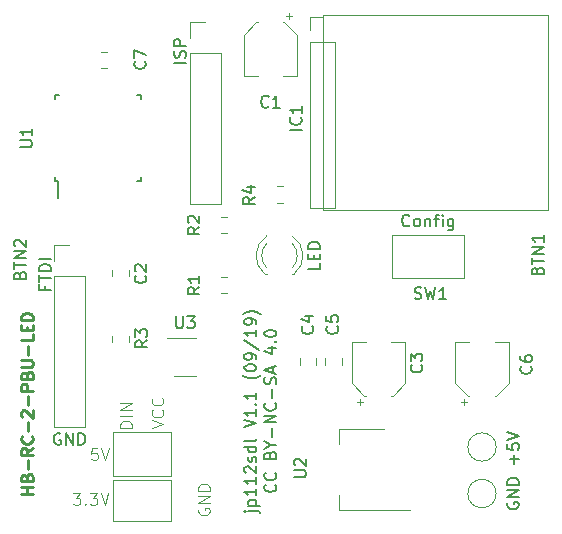
<source format=gbr>
G04 #@! TF.GenerationSoftware,KiCad,Pcbnew,(5.1.4)-1*
G04 #@! TF.CreationDate,2019-09-10T08:34:51+02:00*
G04 #@! TF.ProjectId,hb-rc-2-pbu-led,68622d72-632d-4322-9d70-62752d6c6564,rev?*
G04 #@! TF.SameCoordinates,Original*
G04 #@! TF.FileFunction,Legend,Top*
G04 #@! TF.FilePolarity,Positive*
%FSLAX46Y46*%
G04 Gerber Fmt 4.6, Leading zero omitted, Abs format (unit mm)*
G04 Created by KiCad (PCBNEW (5.1.4)-1) date 2019-09-10 08:34:51*
%MOMM*%
%LPD*%
G04 APERTURE LIST*
%ADD10C,0.150000*%
%ADD11C,0.100000*%
%ADD12C,0.120000*%
%ADD13C,0.250000*%
%ADD14C,0.200000*%
G04 APERTURE END LIST*
D10*
X94305380Y-59142190D02*
X93305380Y-59142190D01*
X94257761Y-58713619D02*
X94305380Y-58570761D01*
X94305380Y-58332666D01*
X94257761Y-58237428D01*
X94210142Y-58189809D01*
X94114904Y-58142190D01*
X94019666Y-58142190D01*
X93924428Y-58189809D01*
X93876809Y-58237428D01*
X93829190Y-58332666D01*
X93781571Y-58523142D01*
X93733952Y-58618380D01*
X93686333Y-58666000D01*
X93591095Y-58713619D01*
X93495857Y-58713619D01*
X93400619Y-58666000D01*
X93353000Y-58618380D01*
X93305380Y-58523142D01*
X93305380Y-58285047D01*
X93353000Y-58142190D01*
X94305380Y-57713619D02*
X93305380Y-57713619D01*
X93305380Y-57332666D01*
X93353000Y-57237428D01*
X93400619Y-57189809D01*
X93495857Y-57142190D01*
X93638714Y-57142190D01*
X93733952Y-57189809D01*
X93781571Y-57237428D01*
X93829190Y-57332666D01*
X93829190Y-57713619D01*
X83693095Y-90559000D02*
X83597857Y-90511380D01*
X83455000Y-90511380D01*
X83312142Y-90559000D01*
X83216904Y-90654238D01*
X83169285Y-90749476D01*
X83121666Y-90939952D01*
X83121666Y-91082809D01*
X83169285Y-91273285D01*
X83216904Y-91368523D01*
X83312142Y-91463761D01*
X83455000Y-91511380D01*
X83550238Y-91511380D01*
X83693095Y-91463761D01*
X83740714Y-91416142D01*
X83740714Y-91082809D01*
X83550238Y-91082809D01*
X84169285Y-91511380D02*
X84169285Y-90511380D01*
X84740714Y-91511380D01*
X84740714Y-90511380D01*
X85216904Y-91511380D02*
X85216904Y-90511380D01*
X85455000Y-90511380D01*
X85597857Y-90559000D01*
X85693095Y-90654238D01*
X85740714Y-90749476D01*
X85788333Y-90939952D01*
X85788333Y-91082809D01*
X85740714Y-91273285D01*
X85693095Y-91368523D01*
X85597857Y-91463761D01*
X85455000Y-91511380D01*
X85216904Y-91511380D01*
X82351571Y-78065190D02*
X82351571Y-78398523D01*
X82875380Y-78398523D02*
X81875380Y-78398523D01*
X81875380Y-77922333D01*
X81875380Y-77684238D02*
X81875380Y-77112809D01*
X82875380Y-77398523D02*
X81875380Y-77398523D01*
X82875380Y-76779476D02*
X81875380Y-76779476D01*
X81875380Y-76541380D01*
X81923000Y-76398523D01*
X82018238Y-76303285D01*
X82113476Y-76255666D01*
X82303952Y-76208047D01*
X82446809Y-76208047D01*
X82637285Y-76255666D01*
X82732523Y-76303285D01*
X82827761Y-76398523D01*
X82875380Y-76541380D01*
X82875380Y-76779476D01*
X82875380Y-75779476D02*
X81875380Y-75779476D01*
D11*
X84756809Y-95591380D02*
X85375857Y-95591380D01*
X85042523Y-95972333D01*
X85185380Y-95972333D01*
X85280619Y-96019952D01*
X85328238Y-96067571D01*
X85375857Y-96162809D01*
X85375857Y-96400904D01*
X85328238Y-96496142D01*
X85280619Y-96543761D01*
X85185380Y-96591380D01*
X84899666Y-96591380D01*
X84804428Y-96543761D01*
X84756809Y-96496142D01*
X85804428Y-96496142D02*
X85852047Y-96543761D01*
X85804428Y-96591380D01*
X85756809Y-96543761D01*
X85804428Y-96496142D01*
X85804428Y-96591380D01*
X86185380Y-95591380D02*
X86804428Y-95591380D01*
X86471095Y-95972333D01*
X86613952Y-95972333D01*
X86709190Y-96019952D01*
X86756809Y-96067571D01*
X86804428Y-96162809D01*
X86804428Y-96400904D01*
X86756809Y-96496142D01*
X86709190Y-96543761D01*
X86613952Y-96591380D01*
X86328238Y-96591380D01*
X86233000Y-96543761D01*
X86185380Y-96496142D01*
X87090142Y-95591380D02*
X87423476Y-96591380D01*
X87756809Y-95591380D01*
X86804523Y-91781380D02*
X86328333Y-91781380D01*
X86280714Y-92257571D01*
X86328333Y-92209952D01*
X86423571Y-92162333D01*
X86661666Y-92162333D01*
X86756904Y-92209952D01*
X86804523Y-92257571D01*
X86852142Y-92352809D01*
X86852142Y-92590904D01*
X86804523Y-92686142D01*
X86756904Y-92733761D01*
X86661666Y-92781380D01*
X86423571Y-92781380D01*
X86328333Y-92733761D01*
X86280714Y-92686142D01*
X87137857Y-91781380D02*
X87471190Y-92781380D01*
X87804523Y-91781380D01*
X91400380Y-90106333D02*
X92400380Y-89773000D01*
X91400380Y-89439666D01*
X92305142Y-88534904D02*
X92352761Y-88582523D01*
X92400380Y-88725380D01*
X92400380Y-88820619D01*
X92352761Y-88963476D01*
X92257523Y-89058714D01*
X92162285Y-89106333D01*
X91971809Y-89153952D01*
X91828952Y-89153952D01*
X91638476Y-89106333D01*
X91543238Y-89058714D01*
X91448000Y-88963476D01*
X91400380Y-88820619D01*
X91400380Y-88725380D01*
X91448000Y-88582523D01*
X91495619Y-88534904D01*
X92305142Y-87534904D02*
X92352761Y-87582523D01*
X92400380Y-87725380D01*
X92400380Y-87820619D01*
X92352761Y-87963476D01*
X92257523Y-88058714D01*
X92162285Y-88106333D01*
X91971809Y-88153952D01*
X91828952Y-88153952D01*
X91638476Y-88106333D01*
X91543238Y-88058714D01*
X91448000Y-87963476D01*
X91400380Y-87820619D01*
X91400380Y-87725380D01*
X91448000Y-87582523D01*
X91495619Y-87534904D01*
X89733380Y-90050809D02*
X88733380Y-90050809D01*
X88733380Y-89812714D01*
X88781000Y-89669857D01*
X88876238Y-89574619D01*
X88971476Y-89527000D01*
X89161952Y-89479380D01*
X89304809Y-89479380D01*
X89495285Y-89527000D01*
X89590523Y-89574619D01*
X89685761Y-89669857D01*
X89733380Y-89812714D01*
X89733380Y-90050809D01*
X89733380Y-89050809D02*
X88733380Y-89050809D01*
X89733380Y-88574619D02*
X88733380Y-88574619D01*
X89733380Y-88003190D01*
X88733380Y-88003190D01*
D12*
X88138000Y-94488000D02*
X93091000Y-94488000D01*
X88138000Y-97917000D02*
X88138000Y-94488000D01*
X93091000Y-97917000D02*
X88138000Y-97917000D01*
X93091000Y-94488000D02*
X93091000Y-97917000D01*
X88138000Y-94107000D02*
X88138000Y-90424000D01*
X93091000Y-94107000D02*
X88138000Y-94107000D01*
X93091000Y-90424000D02*
X93091000Y-94107000D01*
X88138000Y-90424000D02*
X93091000Y-90424000D01*
D11*
X95385000Y-96900904D02*
X95337380Y-96996142D01*
X95337380Y-97139000D01*
X95385000Y-97281857D01*
X95480238Y-97377095D01*
X95575476Y-97424714D01*
X95765952Y-97472333D01*
X95908809Y-97472333D01*
X96099285Y-97424714D01*
X96194523Y-97377095D01*
X96289761Y-97281857D01*
X96337380Y-97139000D01*
X96337380Y-97043761D01*
X96289761Y-96900904D01*
X96242142Y-96853285D01*
X95908809Y-96853285D01*
X95908809Y-97043761D01*
X96337380Y-96424714D02*
X95337380Y-96424714D01*
X96337380Y-95853285D01*
X95337380Y-95853285D01*
X96337380Y-95377095D02*
X95337380Y-95377095D01*
X95337380Y-95139000D01*
X95385000Y-94996142D01*
X95480238Y-94900904D01*
X95575476Y-94853285D01*
X95765952Y-94805666D01*
X95908809Y-94805666D01*
X96099285Y-94853285D01*
X96194523Y-94900904D01*
X96289761Y-94996142D01*
X96337380Y-95139000D01*
X96337380Y-95377095D01*
D10*
X121547000Y-96392904D02*
X121499380Y-96488142D01*
X121499380Y-96631000D01*
X121547000Y-96773857D01*
X121642238Y-96869095D01*
X121737476Y-96916714D01*
X121927952Y-96964333D01*
X122070809Y-96964333D01*
X122261285Y-96916714D01*
X122356523Y-96869095D01*
X122451761Y-96773857D01*
X122499380Y-96631000D01*
X122499380Y-96535761D01*
X122451761Y-96392904D01*
X122404142Y-96345285D01*
X122070809Y-96345285D01*
X122070809Y-96535761D01*
X122499380Y-95916714D02*
X121499380Y-95916714D01*
X122499380Y-95345285D01*
X121499380Y-95345285D01*
X122499380Y-94869095D02*
X121499380Y-94869095D01*
X121499380Y-94631000D01*
X121547000Y-94488142D01*
X121642238Y-94392904D01*
X121737476Y-94345285D01*
X121927952Y-94297666D01*
X122070809Y-94297666D01*
X122261285Y-94345285D01*
X122356523Y-94392904D01*
X122451761Y-94488142D01*
X122499380Y-94631000D01*
X122499380Y-94869095D01*
X122118428Y-93106714D02*
X122118428Y-92344809D01*
X122499380Y-92725761D02*
X121737476Y-92725761D01*
X121499380Y-91392428D02*
X121499380Y-91868619D01*
X121975571Y-91916238D01*
X121927952Y-91868619D01*
X121880333Y-91773380D01*
X121880333Y-91535285D01*
X121927952Y-91440047D01*
X121975571Y-91392428D01*
X122070809Y-91344809D01*
X122308904Y-91344809D01*
X122404142Y-91392428D01*
X122451761Y-91440047D01*
X122499380Y-91535285D01*
X122499380Y-91773380D01*
X122451761Y-91868619D01*
X122404142Y-91916238D01*
X121499380Y-91059095D02*
X122499380Y-90725761D01*
X121499380Y-90392428D01*
D13*
X81351380Y-95630047D02*
X80351380Y-95630047D01*
X80827571Y-95630047D02*
X80827571Y-95058619D01*
X81351380Y-95058619D02*
X80351380Y-95058619D01*
X80827571Y-94249095D02*
X80875190Y-94106238D01*
X80922809Y-94058619D01*
X81018047Y-94011000D01*
X81160904Y-94011000D01*
X81256142Y-94058619D01*
X81303761Y-94106238D01*
X81351380Y-94201476D01*
X81351380Y-94582428D01*
X80351380Y-94582428D01*
X80351380Y-94249095D01*
X80399000Y-94153857D01*
X80446619Y-94106238D01*
X80541857Y-94058619D01*
X80637095Y-94058619D01*
X80732333Y-94106238D01*
X80779952Y-94153857D01*
X80827571Y-94249095D01*
X80827571Y-94582428D01*
X80970428Y-93582428D02*
X80970428Y-92820523D01*
X81351380Y-91772904D02*
X80875190Y-92106238D01*
X81351380Y-92344333D02*
X80351380Y-92344333D01*
X80351380Y-91963380D01*
X80399000Y-91868142D01*
X80446619Y-91820523D01*
X80541857Y-91772904D01*
X80684714Y-91772904D01*
X80779952Y-91820523D01*
X80827571Y-91868142D01*
X80875190Y-91963380D01*
X80875190Y-92344333D01*
X81256142Y-90772904D02*
X81303761Y-90820523D01*
X81351380Y-90963380D01*
X81351380Y-91058619D01*
X81303761Y-91201476D01*
X81208523Y-91296714D01*
X81113285Y-91344333D01*
X80922809Y-91391952D01*
X80779952Y-91391952D01*
X80589476Y-91344333D01*
X80494238Y-91296714D01*
X80399000Y-91201476D01*
X80351380Y-91058619D01*
X80351380Y-90963380D01*
X80399000Y-90820523D01*
X80446619Y-90772904D01*
X80970428Y-90344333D02*
X80970428Y-89582428D01*
X80446619Y-89153857D02*
X80399000Y-89106238D01*
X80351380Y-89011000D01*
X80351380Y-88772904D01*
X80399000Y-88677666D01*
X80446619Y-88630047D01*
X80541857Y-88582428D01*
X80637095Y-88582428D01*
X80779952Y-88630047D01*
X81351380Y-89201476D01*
X81351380Y-88582428D01*
X80970428Y-88153857D02*
X80970428Y-87391952D01*
X81351380Y-86915761D02*
X80351380Y-86915761D01*
X80351380Y-86534809D01*
X80399000Y-86439571D01*
X80446619Y-86391952D01*
X80541857Y-86344333D01*
X80684714Y-86344333D01*
X80779952Y-86391952D01*
X80827571Y-86439571D01*
X80875190Y-86534809D01*
X80875190Y-86915761D01*
X80827571Y-85582428D02*
X80875190Y-85439571D01*
X80922809Y-85391952D01*
X81018047Y-85344333D01*
X81160904Y-85344333D01*
X81256142Y-85391952D01*
X81303761Y-85439571D01*
X81351380Y-85534809D01*
X81351380Y-85915761D01*
X80351380Y-85915761D01*
X80351380Y-85582428D01*
X80399000Y-85487190D01*
X80446619Y-85439571D01*
X80541857Y-85391952D01*
X80637095Y-85391952D01*
X80732333Y-85439571D01*
X80779952Y-85487190D01*
X80827571Y-85582428D01*
X80827571Y-85915761D01*
X80351380Y-84915761D02*
X81160904Y-84915761D01*
X81256142Y-84868142D01*
X81303761Y-84820523D01*
X81351380Y-84725285D01*
X81351380Y-84534809D01*
X81303761Y-84439571D01*
X81256142Y-84391952D01*
X81160904Y-84344333D01*
X80351380Y-84344333D01*
X80970428Y-83868142D02*
X80970428Y-83106238D01*
X81351380Y-82153857D02*
X81351380Y-82630047D01*
X80351380Y-82630047D01*
X80827571Y-81820523D02*
X80827571Y-81487190D01*
X81351380Y-81344333D02*
X81351380Y-81820523D01*
X80351380Y-81820523D01*
X80351380Y-81344333D01*
X81351380Y-80915761D02*
X80351380Y-80915761D01*
X80351380Y-80677666D01*
X80399000Y-80534809D01*
X80494238Y-80439571D01*
X80589476Y-80391952D01*
X80779952Y-80344333D01*
X80922809Y-80344333D01*
X81113285Y-80391952D01*
X81208523Y-80439571D01*
X81303761Y-80534809D01*
X81351380Y-80677666D01*
X81351380Y-80915761D01*
D14*
X99595914Y-97122190D02*
X100453057Y-97122190D01*
X100548295Y-97169809D01*
X100595914Y-97265047D01*
X100595914Y-97312666D01*
X99262580Y-97122190D02*
X99310200Y-97169809D01*
X99357819Y-97122190D01*
X99310200Y-97074571D01*
X99262580Y-97122190D01*
X99357819Y-97122190D01*
X99595914Y-96646000D02*
X100595914Y-96646000D01*
X99643533Y-96646000D02*
X99595914Y-96550761D01*
X99595914Y-96360285D01*
X99643533Y-96265047D01*
X99691152Y-96217428D01*
X99786390Y-96169809D01*
X100072104Y-96169809D01*
X100167342Y-96217428D01*
X100214961Y-96265047D01*
X100262580Y-96360285D01*
X100262580Y-96550761D01*
X100214961Y-96646000D01*
X100262580Y-95217428D02*
X100262580Y-95788857D01*
X100262580Y-95503142D02*
X99262580Y-95503142D01*
X99405438Y-95598380D01*
X99500676Y-95693619D01*
X99548295Y-95788857D01*
X100262580Y-94265047D02*
X100262580Y-94836476D01*
X100262580Y-94550761D02*
X99262580Y-94550761D01*
X99405438Y-94646000D01*
X99500676Y-94741238D01*
X99548295Y-94836476D01*
X99357819Y-93884095D02*
X99310200Y-93836476D01*
X99262580Y-93741238D01*
X99262580Y-93503142D01*
X99310200Y-93407904D01*
X99357819Y-93360285D01*
X99453057Y-93312666D01*
X99548295Y-93312666D01*
X99691152Y-93360285D01*
X100262580Y-93931714D01*
X100262580Y-93312666D01*
X100214961Y-92931714D02*
X100262580Y-92836476D01*
X100262580Y-92646000D01*
X100214961Y-92550761D01*
X100119723Y-92503142D01*
X100072104Y-92503142D01*
X99976866Y-92550761D01*
X99929247Y-92646000D01*
X99929247Y-92788857D01*
X99881628Y-92884095D01*
X99786390Y-92931714D01*
X99738771Y-92931714D01*
X99643533Y-92884095D01*
X99595914Y-92788857D01*
X99595914Y-92646000D01*
X99643533Y-92550761D01*
X100262580Y-91646000D02*
X99262580Y-91646000D01*
X100214961Y-91646000D02*
X100262580Y-91741238D01*
X100262580Y-91931714D01*
X100214961Y-92026952D01*
X100167342Y-92074571D01*
X100072104Y-92122190D01*
X99786390Y-92122190D01*
X99691152Y-92074571D01*
X99643533Y-92026952D01*
X99595914Y-91931714D01*
X99595914Y-91741238D01*
X99643533Y-91646000D01*
X100262580Y-91026952D02*
X100214961Y-91122190D01*
X100119723Y-91169809D01*
X99262580Y-91169809D01*
X99262580Y-90026952D02*
X100262580Y-89693619D01*
X99262580Y-89360285D01*
X100262580Y-88503142D02*
X100262580Y-89074571D01*
X100262580Y-88788857D02*
X99262580Y-88788857D01*
X99405438Y-88884095D01*
X99500676Y-88979333D01*
X99548295Y-89074571D01*
X100167342Y-88074571D02*
X100214961Y-88026952D01*
X100262580Y-88074571D01*
X100214961Y-88122190D01*
X100167342Y-88074571D01*
X100262580Y-88074571D01*
X100262580Y-87074571D02*
X100262580Y-87646000D01*
X100262580Y-87360285D02*
X99262580Y-87360285D01*
X99405438Y-87455523D01*
X99500676Y-87550761D01*
X99548295Y-87646000D01*
X100643533Y-85598380D02*
X100595914Y-85646000D01*
X100453057Y-85741238D01*
X100357819Y-85788857D01*
X100214961Y-85836476D01*
X99976866Y-85884095D01*
X99786390Y-85884095D01*
X99548295Y-85836476D01*
X99405438Y-85788857D01*
X99310200Y-85741238D01*
X99167342Y-85646000D01*
X99119723Y-85598380D01*
X99262580Y-85026952D02*
X99262580Y-84931714D01*
X99310200Y-84836476D01*
X99357819Y-84788857D01*
X99453057Y-84741238D01*
X99643533Y-84693619D01*
X99881628Y-84693619D01*
X100072104Y-84741238D01*
X100167342Y-84788857D01*
X100214961Y-84836476D01*
X100262580Y-84931714D01*
X100262580Y-85026952D01*
X100214961Y-85122190D01*
X100167342Y-85169809D01*
X100072104Y-85217428D01*
X99881628Y-85265047D01*
X99643533Y-85265047D01*
X99453057Y-85217428D01*
X99357819Y-85169809D01*
X99310200Y-85122190D01*
X99262580Y-85026952D01*
X100262580Y-84217428D02*
X100262580Y-84026952D01*
X100214961Y-83931714D01*
X100167342Y-83884095D01*
X100024485Y-83788857D01*
X99834009Y-83741238D01*
X99453057Y-83741238D01*
X99357819Y-83788857D01*
X99310200Y-83836476D01*
X99262580Y-83931714D01*
X99262580Y-84122190D01*
X99310200Y-84217428D01*
X99357819Y-84265047D01*
X99453057Y-84312666D01*
X99691152Y-84312666D01*
X99786390Y-84265047D01*
X99834009Y-84217428D01*
X99881628Y-84122190D01*
X99881628Y-83931714D01*
X99834009Y-83836476D01*
X99786390Y-83788857D01*
X99691152Y-83741238D01*
X99214961Y-82598380D02*
X100500676Y-83455523D01*
X100262580Y-81741238D02*
X100262580Y-82312666D01*
X100262580Y-82026952D02*
X99262580Y-82026952D01*
X99405438Y-82122190D01*
X99500676Y-82217428D01*
X99548295Y-82312666D01*
X100262580Y-81265047D02*
X100262580Y-81074571D01*
X100214961Y-80979333D01*
X100167342Y-80931714D01*
X100024485Y-80836476D01*
X99834009Y-80788857D01*
X99453057Y-80788857D01*
X99357819Y-80836476D01*
X99310200Y-80884095D01*
X99262580Y-80979333D01*
X99262580Y-81169809D01*
X99310200Y-81265047D01*
X99357819Y-81312666D01*
X99453057Y-81360285D01*
X99691152Y-81360285D01*
X99786390Y-81312666D01*
X99834009Y-81265047D01*
X99881628Y-81169809D01*
X99881628Y-80979333D01*
X99834009Y-80884095D01*
X99786390Y-80836476D01*
X99691152Y-80788857D01*
X100643533Y-80455523D02*
X100595914Y-80407904D01*
X100453057Y-80312666D01*
X100357819Y-80265047D01*
X100214961Y-80217428D01*
X99976866Y-80169809D01*
X99786390Y-80169809D01*
X99548295Y-80217428D01*
X99405438Y-80265047D01*
X99310200Y-80312666D01*
X99167342Y-80407904D01*
X99119723Y-80455523D01*
X101867342Y-94884095D02*
X101914961Y-94931714D01*
X101962580Y-95074571D01*
X101962580Y-95169809D01*
X101914961Y-95312666D01*
X101819723Y-95407904D01*
X101724485Y-95455523D01*
X101534009Y-95503142D01*
X101391152Y-95503142D01*
X101200676Y-95455523D01*
X101105438Y-95407904D01*
X101010200Y-95312666D01*
X100962580Y-95169809D01*
X100962580Y-95074571D01*
X101010200Y-94931714D01*
X101057819Y-94884095D01*
X101867342Y-93884095D02*
X101914961Y-93931714D01*
X101962580Y-94074571D01*
X101962580Y-94169809D01*
X101914961Y-94312666D01*
X101819723Y-94407904D01*
X101724485Y-94455523D01*
X101534009Y-94503142D01*
X101391152Y-94503142D01*
X101200676Y-94455523D01*
X101105438Y-94407904D01*
X101010200Y-94312666D01*
X100962580Y-94169809D01*
X100962580Y-94074571D01*
X101010200Y-93931714D01*
X101057819Y-93884095D01*
X101438771Y-92360285D02*
X101486390Y-92217428D01*
X101534009Y-92169809D01*
X101629247Y-92122190D01*
X101772104Y-92122190D01*
X101867342Y-92169809D01*
X101914961Y-92217428D01*
X101962580Y-92312666D01*
X101962580Y-92693619D01*
X100962580Y-92693619D01*
X100962580Y-92360285D01*
X101010200Y-92265047D01*
X101057819Y-92217428D01*
X101153057Y-92169809D01*
X101248295Y-92169809D01*
X101343533Y-92217428D01*
X101391152Y-92265047D01*
X101438771Y-92360285D01*
X101438771Y-92693619D01*
X101486390Y-91503142D02*
X101962580Y-91503142D01*
X100962580Y-91836476D02*
X101486390Y-91503142D01*
X100962580Y-91169809D01*
X101581628Y-90836476D02*
X101581628Y-90074571D01*
X101962580Y-89598380D02*
X100962580Y-89598380D01*
X101962580Y-89026952D01*
X100962580Y-89026952D01*
X101867342Y-87979333D02*
X101914961Y-88026952D01*
X101962580Y-88169809D01*
X101962580Y-88265047D01*
X101914961Y-88407904D01*
X101819723Y-88503142D01*
X101724485Y-88550761D01*
X101534009Y-88598380D01*
X101391152Y-88598380D01*
X101200676Y-88550761D01*
X101105438Y-88503142D01*
X101010200Y-88407904D01*
X100962580Y-88265047D01*
X100962580Y-88169809D01*
X101010200Y-88026952D01*
X101057819Y-87979333D01*
X101581628Y-87550761D02*
X101581628Y-86788857D01*
X101914961Y-86360285D02*
X101962580Y-86217428D01*
X101962580Y-85979333D01*
X101914961Y-85884095D01*
X101867342Y-85836476D01*
X101772104Y-85788857D01*
X101676866Y-85788857D01*
X101581628Y-85836476D01*
X101534009Y-85884095D01*
X101486390Y-85979333D01*
X101438771Y-86169809D01*
X101391152Y-86265047D01*
X101343533Y-86312666D01*
X101248295Y-86360285D01*
X101153057Y-86360285D01*
X101057819Y-86312666D01*
X101010200Y-86265047D01*
X100962580Y-86169809D01*
X100962580Y-85931714D01*
X101010200Y-85788857D01*
X101676866Y-85407904D02*
X101676866Y-84931714D01*
X101962580Y-85503142D02*
X100962580Y-85169809D01*
X101962580Y-84836476D01*
X101295914Y-83312666D02*
X101962580Y-83312666D01*
X100914961Y-83550761D02*
X101629247Y-83788857D01*
X101629247Y-83169809D01*
X101867342Y-82788857D02*
X101914961Y-82741238D01*
X101962580Y-82788857D01*
X101914961Y-82836476D01*
X101867342Y-82788857D01*
X101962580Y-82788857D01*
X100962580Y-82122190D02*
X100962580Y-82026952D01*
X101010200Y-81931714D01*
X101057819Y-81884095D01*
X101153057Y-81836476D01*
X101343533Y-81788857D01*
X101581628Y-81788857D01*
X101772104Y-81836476D01*
X101867342Y-81884095D01*
X101914961Y-81931714D01*
X101962580Y-82026952D01*
X101962580Y-82122190D01*
X101914961Y-82217428D01*
X101867342Y-82265047D01*
X101772104Y-82312666D01*
X101581628Y-82360285D01*
X101343533Y-82360285D01*
X101153057Y-82312666D01*
X101057819Y-82265047D01*
X101010200Y-82217428D01*
X100962580Y-82122190D01*
D12*
X105892600Y-71602600D02*
X105892600Y-55092600D01*
X124942600Y-71602600D02*
X105892600Y-71602600D01*
X124942600Y-55092600D02*
X124942600Y-71602600D01*
X105892600Y-55092600D02*
X124942600Y-55092600D01*
X94618500Y-55731100D02*
X95948500Y-55731100D01*
X94618500Y-57061100D02*
X94618500Y-55731100D01*
X94618500Y-58331100D02*
X97278500Y-58331100D01*
X97278500Y-58331100D02*
X97278500Y-71091100D01*
X94618500Y-58331100D02*
X94618500Y-71091100D01*
X94618500Y-71091100D02*
X97278500Y-71091100D01*
X117570000Y-87840000D02*
X118070000Y-87840000D01*
X117820000Y-88090000D02*
X117820000Y-87590000D01*
X120575563Y-87350000D02*
X121640000Y-86285563D01*
X118184437Y-87350000D02*
X117120000Y-86285563D01*
X118184437Y-87350000D02*
X118320000Y-87350000D01*
X120575563Y-87350000D02*
X120440000Y-87350000D01*
X121640000Y-86285563D02*
X121640000Y-82830000D01*
X117120000Y-86285563D02*
X117120000Y-82830000D01*
X117120000Y-82830000D02*
X118320000Y-82830000D01*
X121640000Y-82830000D02*
X120440000Y-82830000D01*
X108807000Y-87840000D02*
X109307000Y-87840000D01*
X109057000Y-88090000D02*
X109057000Y-87590000D01*
X111812563Y-87350000D02*
X112877000Y-86285563D01*
X109421437Y-87350000D02*
X108357000Y-86285563D01*
X109421437Y-87350000D02*
X109557000Y-87350000D01*
X111812563Y-87350000D02*
X111677000Y-87350000D01*
X112877000Y-86285563D02*
X112877000Y-82830000D01*
X108357000Y-86285563D02*
X108357000Y-82830000D01*
X108357000Y-82830000D02*
X109557000Y-82830000D01*
X112877000Y-82830000D02*
X111677000Y-82830000D01*
X103270000Y-55225500D02*
X102770000Y-55225500D01*
X103020000Y-54975500D02*
X103020000Y-55475500D01*
X100264437Y-55715500D02*
X99200000Y-56779937D01*
X102655563Y-55715500D02*
X103720000Y-56779937D01*
X102655563Y-55715500D02*
X102520000Y-55715500D01*
X100264437Y-55715500D02*
X100400000Y-55715500D01*
X99200000Y-56779937D02*
X99200000Y-60235500D01*
X103720000Y-56779937D02*
X103720000Y-60235500D01*
X103720000Y-60235500D02*
X102520000Y-60235500D01*
X99200000Y-60235500D02*
X100400000Y-60235500D01*
X101982748Y-71042600D02*
X102505252Y-71042600D01*
X101982748Y-69622600D02*
X102505252Y-69622600D01*
X89483000Y-82802252D02*
X89483000Y-82279748D01*
X88063000Y-82802252D02*
X88063000Y-82279748D01*
X97265748Y-73608000D02*
X97788252Y-73608000D01*
X97265748Y-72188000D02*
X97788252Y-72188000D01*
X97265748Y-78688000D02*
X97788252Y-78688000D01*
X97265748Y-77268000D02*
X97788252Y-77268000D01*
X87628252Y-58218000D02*
X87105748Y-58218000D01*
X87628252Y-59638000D02*
X87105748Y-59638000D01*
X107517000Y-84716252D02*
X107517000Y-84193748D01*
X106097000Y-84716252D02*
X106097000Y-84193748D01*
X105358000Y-84716252D02*
X105358000Y-84193748D01*
X103938000Y-84716252D02*
X103938000Y-84193748D01*
X88063000Y-76700748D02*
X88063000Y-77223252D01*
X89483000Y-76700748D02*
X89483000Y-77223252D01*
X120580000Y-95631000D02*
G75*
G03X120580000Y-95631000I-1200000J0D01*
G01*
X120580000Y-91694000D02*
G75*
G03X120580000Y-91694000I-1200000J0D01*
G01*
X117868000Y-73755000D02*
X117868000Y-77375000D01*
X111748000Y-73755000D02*
X117868000Y-73755000D01*
X111748000Y-77375000D02*
X111748000Y-73755000D01*
X117868000Y-77375000D02*
X111748000Y-77375000D01*
X95134000Y-82464000D02*
X92684000Y-82464000D01*
X93334000Y-85684000D02*
X95134000Y-85684000D01*
X107310000Y-90189000D02*
X107310000Y-91449000D01*
X107310000Y-97009000D02*
X107310000Y-95749000D01*
X111070000Y-90189000D02*
X107310000Y-90189000D01*
X113320000Y-97009000D02*
X107310000Y-97009000D01*
D10*
X83468000Y-69157000D02*
X83468000Y-70582000D01*
X83243000Y-61907000D02*
X83243000Y-62232000D01*
X90493000Y-61907000D02*
X90493000Y-62232000D01*
X90493000Y-69157000D02*
X90493000Y-68832000D01*
X83243000Y-69157000D02*
X83243000Y-68832000D01*
X90493000Y-69157000D02*
X90168000Y-69157000D01*
X90493000Y-61907000D02*
X90168000Y-61907000D01*
X83243000Y-61907000D02*
X83568000Y-61907000D01*
X83243000Y-69157000D02*
X83468000Y-69157000D01*
D12*
X83125000Y-74616000D02*
X84455000Y-74616000D01*
X83125000Y-75946000D02*
X83125000Y-74616000D01*
X83125000Y-77216000D02*
X85785000Y-77216000D01*
X85785000Y-77216000D02*
X85785000Y-89976000D01*
X83125000Y-77216000D02*
X83125000Y-89976000D01*
X83125000Y-89976000D02*
X85785000Y-89976000D01*
X104833000Y-55302600D02*
X105893000Y-55302600D01*
X104833000Y-56362600D02*
X104833000Y-55302600D01*
X104833000Y-57362600D02*
X106953000Y-57362600D01*
X106953000Y-57362600D02*
X106953000Y-71422600D01*
X104833000Y-57362600D02*
X104833000Y-71422600D01*
X104833000Y-71422600D02*
X106953000Y-71422600D01*
X103315000Y-77048800D02*
X103471000Y-77048800D01*
X100999000Y-77048800D02*
X101155000Y-77048800D01*
X103314837Y-74447670D02*
G75*
G02X103315000Y-76529761I-1079837J-1041130D01*
G01*
X101155163Y-74447670D02*
G75*
G03X101155000Y-76529761I1079837J-1041130D01*
G01*
X103313608Y-73816465D02*
G75*
G02X103470516Y-77048800I-1078608J-1672335D01*
G01*
X101156392Y-73816465D02*
G75*
G03X100999484Y-77048800I1078608J-1672335D01*
G01*
D10*
X124071071Y-76747523D02*
X124118690Y-76604666D01*
X124166309Y-76557047D01*
X124261547Y-76509428D01*
X124404404Y-76509428D01*
X124499642Y-76557047D01*
X124547261Y-76604666D01*
X124594880Y-76699904D01*
X124594880Y-77080857D01*
X123594880Y-77080857D01*
X123594880Y-76747523D01*
X123642500Y-76652285D01*
X123690119Y-76604666D01*
X123785357Y-76557047D01*
X123880595Y-76557047D01*
X123975833Y-76604666D01*
X124023452Y-76652285D01*
X124071071Y-76747523D01*
X124071071Y-77080857D01*
X123594880Y-76223714D02*
X123594880Y-75652285D01*
X124594880Y-75938000D02*
X123594880Y-75938000D01*
X124594880Y-75318952D02*
X123594880Y-75318952D01*
X124594880Y-74747523D01*
X123594880Y-74747523D01*
X124594880Y-73747523D02*
X124594880Y-74318952D01*
X124594880Y-74033238D02*
X123594880Y-74033238D01*
X123737738Y-74128476D01*
X123832976Y-74223714D01*
X123880595Y-74318952D01*
X80256071Y-77128523D02*
X80303690Y-76985666D01*
X80351309Y-76938047D01*
X80446547Y-76890428D01*
X80589404Y-76890428D01*
X80684642Y-76938047D01*
X80732261Y-76985666D01*
X80779880Y-77080904D01*
X80779880Y-77461857D01*
X79779880Y-77461857D01*
X79779880Y-77128523D01*
X79827500Y-77033285D01*
X79875119Y-76985666D01*
X79970357Y-76938047D01*
X80065595Y-76938047D01*
X80160833Y-76985666D01*
X80208452Y-77033285D01*
X80256071Y-77128523D01*
X80256071Y-77461857D01*
X79779880Y-76604714D02*
X79779880Y-76033285D01*
X80779880Y-76319000D02*
X79779880Y-76319000D01*
X80779880Y-75699952D02*
X79779880Y-75699952D01*
X80779880Y-75128523D01*
X79779880Y-75128523D01*
X79875119Y-74699952D02*
X79827500Y-74652333D01*
X79779880Y-74557095D01*
X79779880Y-74319000D01*
X79827500Y-74223761D01*
X79875119Y-74176142D01*
X79970357Y-74128523D01*
X80065595Y-74128523D01*
X80208452Y-74176142D01*
X80779880Y-74747571D01*
X80779880Y-74128523D01*
X123521742Y-84862966D02*
X123569361Y-84910585D01*
X123616980Y-85053442D01*
X123616980Y-85148680D01*
X123569361Y-85291538D01*
X123474123Y-85386776D01*
X123378885Y-85434395D01*
X123188409Y-85482014D01*
X123045552Y-85482014D01*
X122855076Y-85434395D01*
X122759838Y-85386776D01*
X122664600Y-85291538D01*
X122616980Y-85148680D01*
X122616980Y-85053442D01*
X122664600Y-84910585D01*
X122712219Y-84862966D01*
X122616980Y-84005823D02*
X122616980Y-84196300D01*
X122664600Y-84291538D01*
X122712219Y-84339157D01*
X122855076Y-84434395D01*
X123045552Y-84482014D01*
X123426504Y-84482014D01*
X123521742Y-84434395D01*
X123569361Y-84386776D01*
X123616980Y-84291538D01*
X123616980Y-84101061D01*
X123569361Y-84005823D01*
X123521742Y-83958204D01*
X123426504Y-83910585D01*
X123188409Y-83910585D01*
X123093171Y-83958204D01*
X123045552Y-84005823D01*
X122997933Y-84101061D01*
X122997933Y-84291538D01*
X123045552Y-84386776D01*
X123093171Y-84434395D01*
X123188409Y-84482014D01*
X114238042Y-84735966D02*
X114285661Y-84783585D01*
X114333280Y-84926442D01*
X114333280Y-85021680D01*
X114285661Y-85164538D01*
X114190423Y-85259776D01*
X114095185Y-85307395D01*
X113904709Y-85355014D01*
X113761852Y-85355014D01*
X113571376Y-85307395D01*
X113476138Y-85259776D01*
X113380900Y-85164538D01*
X113333280Y-85021680D01*
X113333280Y-84926442D01*
X113380900Y-84783585D01*
X113428519Y-84735966D01*
X113333280Y-84402633D02*
X113333280Y-83783585D01*
X113714233Y-84116919D01*
X113714233Y-83974061D01*
X113761852Y-83878823D01*
X113809471Y-83831204D01*
X113904709Y-83783585D01*
X114142804Y-83783585D01*
X114238042Y-83831204D01*
X114285661Y-83878823D01*
X114333280Y-83974061D01*
X114333280Y-84259776D01*
X114285661Y-84355014D01*
X114238042Y-84402633D01*
X101306033Y-62853842D02*
X101258414Y-62901461D01*
X101115557Y-62949080D01*
X101020319Y-62949080D01*
X100877461Y-62901461D01*
X100782223Y-62806223D01*
X100734604Y-62710985D01*
X100686985Y-62520509D01*
X100686985Y-62377652D01*
X100734604Y-62187176D01*
X100782223Y-62091938D01*
X100877461Y-61996700D01*
X101020319Y-61949080D01*
X101115557Y-61949080D01*
X101258414Y-61996700D01*
X101306033Y-62044319D01*
X102258414Y-62949080D02*
X101686985Y-62949080D01*
X101972700Y-62949080D02*
X101972700Y-61949080D01*
X101877461Y-62091938D01*
X101782223Y-62187176D01*
X101686985Y-62234795D01*
X100147380Y-70524666D02*
X99671190Y-70858000D01*
X100147380Y-71096095D02*
X99147380Y-71096095D01*
X99147380Y-70715142D01*
X99195000Y-70619904D01*
X99242619Y-70572285D01*
X99337857Y-70524666D01*
X99480714Y-70524666D01*
X99575952Y-70572285D01*
X99623571Y-70619904D01*
X99671190Y-70715142D01*
X99671190Y-71096095D01*
X99480714Y-69667523D02*
X100147380Y-69667523D01*
X99099761Y-69905619D02*
X99814047Y-70143714D01*
X99814047Y-69524666D01*
X91041480Y-82665866D02*
X90565290Y-82999200D01*
X91041480Y-83237295D02*
X90041480Y-83237295D01*
X90041480Y-82856342D01*
X90089100Y-82761104D01*
X90136719Y-82713485D01*
X90231957Y-82665866D01*
X90374814Y-82665866D01*
X90470052Y-82713485D01*
X90517671Y-82761104D01*
X90565290Y-82856342D01*
X90565290Y-83237295D01*
X90041480Y-82332533D02*
X90041480Y-81713485D01*
X90422433Y-82046819D01*
X90422433Y-81903961D01*
X90470052Y-81808723D01*
X90517671Y-81761104D01*
X90612909Y-81713485D01*
X90851004Y-81713485D01*
X90946242Y-81761104D01*
X90993861Y-81808723D01*
X91041480Y-81903961D01*
X91041480Y-82189676D01*
X90993861Y-82284914D01*
X90946242Y-82332533D01*
X95448380Y-73064666D02*
X94972190Y-73398000D01*
X95448380Y-73636095D02*
X94448380Y-73636095D01*
X94448380Y-73255142D01*
X94496000Y-73159904D01*
X94543619Y-73112285D01*
X94638857Y-73064666D01*
X94781714Y-73064666D01*
X94876952Y-73112285D01*
X94924571Y-73159904D01*
X94972190Y-73255142D01*
X94972190Y-73636095D01*
X94543619Y-72683714D02*
X94496000Y-72636095D01*
X94448380Y-72540857D01*
X94448380Y-72302761D01*
X94496000Y-72207523D01*
X94543619Y-72159904D01*
X94638857Y-72112285D01*
X94734095Y-72112285D01*
X94876952Y-72159904D01*
X95448380Y-72731333D01*
X95448380Y-72112285D01*
X95448380Y-78144666D02*
X94972190Y-78478000D01*
X95448380Y-78716095D02*
X94448380Y-78716095D01*
X94448380Y-78335142D01*
X94496000Y-78239904D01*
X94543619Y-78192285D01*
X94638857Y-78144666D01*
X94781714Y-78144666D01*
X94876952Y-78192285D01*
X94924571Y-78239904D01*
X94972190Y-78335142D01*
X94972190Y-78716095D01*
X95448380Y-77192285D02*
X95448380Y-77763714D01*
X95448380Y-77478000D02*
X94448380Y-77478000D01*
X94591238Y-77573238D01*
X94686476Y-77668476D01*
X94734095Y-77763714D01*
X90822942Y-59043866D02*
X90870561Y-59091485D01*
X90918180Y-59234342D01*
X90918180Y-59329580D01*
X90870561Y-59472438D01*
X90775323Y-59567676D01*
X90680085Y-59615295D01*
X90489609Y-59662914D01*
X90346752Y-59662914D01*
X90156276Y-59615295D01*
X90061038Y-59567676D01*
X89965800Y-59472438D01*
X89918180Y-59329580D01*
X89918180Y-59234342D01*
X89965800Y-59091485D01*
X90013419Y-59043866D01*
X89918180Y-58710533D02*
X89918180Y-58043866D01*
X90918180Y-58472438D01*
X107113342Y-81472066D02*
X107160961Y-81519685D01*
X107208580Y-81662542D01*
X107208580Y-81757780D01*
X107160961Y-81900638D01*
X107065723Y-81995876D01*
X106970485Y-82043495D01*
X106780009Y-82091114D01*
X106637152Y-82091114D01*
X106446676Y-82043495D01*
X106351438Y-81995876D01*
X106256200Y-81900638D01*
X106208580Y-81757780D01*
X106208580Y-81662542D01*
X106256200Y-81519685D01*
X106303819Y-81472066D01*
X106208580Y-80567304D02*
X106208580Y-81043495D01*
X106684771Y-81091114D01*
X106637152Y-81043495D01*
X106589533Y-80948257D01*
X106589533Y-80710161D01*
X106637152Y-80614923D01*
X106684771Y-80567304D01*
X106780009Y-80519685D01*
X107018104Y-80519685D01*
X107113342Y-80567304D01*
X107160961Y-80614923D01*
X107208580Y-80710161D01*
X107208580Y-80948257D01*
X107160961Y-81043495D01*
X107113342Y-81091114D01*
X105005142Y-81472066D02*
X105052761Y-81519685D01*
X105100380Y-81662542D01*
X105100380Y-81757780D01*
X105052761Y-81900638D01*
X104957523Y-81995876D01*
X104862285Y-82043495D01*
X104671809Y-82091114D01*
X104528952Y-82091114D01*
X104338476Y-82043495D01*
X104243238Y-81995876D01*
X104148000Y-81900638D01*
X104100380Y-81757780D01*
X104100380Y-81662542D01*
X104148000Y-81519685D01*
X104195619Y-81472066D01*
X104433714Y-80614923D02*
X105100380Y-80614923D01*
X104052761Y-80853019D02*
X104767047Y-81091114D01*
X104767047Y-80472066D01*
X90870042Y-77179466D02*
X90917661Y-77227085D01*
X90965280Y-77369942D01*
X90965280Y-77465180D01*
X90917661Y-77608038D01*
X90822423Y-77703276D01*
X90727185Y-77750895D01*
X90536709Y-77798514D01*
X90393852Y-77798514D01*
X90203376Y-77750895D01*
X90108138Y-77703276D01*
X90012900Y-77608038D01*
X89965280Y-77465180D01*
X89965280Y-77369942D01*
X90012900Y-77227085D01*
X90060519Y-77179466D01*
X90060519Y-76798514D02*
X90012900Y-76750895D01*
X89965280Y-76655657D01*
X89965280Y-76417561D01*
X90012900Y-76322323D01*
X90060519Y-76274704D01*
X90155757Y-76227085D01*
X90250995Y-76227085D01*
X90393852Y-76274704D01*
X90965280Y-76846133D01*
X90965280Y-76227085D01*
X113677866Y-79106661D02*
X113820723Y-79154280D01*
X114058819Y-79154280D01*
X114154057Y-79106661D01*
X114201676Y-79059042D01*
X114249295Y-78963804D01*
X114249295Y-78868566D01*
X114201676Y-78773328D01*
X114154057Y-78725709D01*
X114058819Y-78678090D01*
X113868342Y-78630471D01*
X113773104Y-78582852D01*
X113725485Y-78535233D01*
X113677866Y-78439995D01*
X113677866Y-78344757D01*
X113725485Y-78249519D01*
X113773104Y-78201900D01*
X113868342Y-78154280D01*
X114106438Y-78154280D01*
X114249295Y-78201900D01*
X114582628Y-78154280D02*
X114820723Y-79154280D01*
X115011200Y-78439995D01*
X115201676Y-79154280D01*
X115439771Y-78154280D01*
X116344533Y-79154280D02*
X115773104Y-79154280D01*
X116058819Y-79154280D02*
X116058819Y-78154280D01*
X115963580Y-78297138D01*
X115868342Y-78392376D01*
X115773104Y-78439995D01*
X113236571Y-72922142D02*
X113188952Y-72969761D01*
X113046095Y-73017380D01*
X112950857Y-73017380D01*
X112808000Y-72969761D01*
X112712761Y-72874523D01*
X112665142Y-72779285D01*
X112617523Y-72588809D01*
X112617523Y-72445952D01*
X112665142Y-72255476D01*
X112712761Y-72160238D01*
X112808000Y-72065000D01*
X112950857Y-72017380D01*
X113046095Y-72017380D01*
X113188952Y-72065000D01*
X113236571Y-72112619D01*
X113808000Y-73017380D02*
X113712761Y-72969761D01*
X113665142Y-72922142D01*
X113617523Y-72826904D01*
X113617523Y-72541190D01*
X113665142Y-72445952D01*
X113712761Y-72398333D01*
X113808000Y-72350714D01*
X113950857Y-72350714D01*
X114046095Y-72398333D01*
X114093714Y-72445952D01*
X114141333Y-72541190D01*
X114141333Y-72826904D01*
X114093714Y-72922142D01*
X114046095Y-72969761D01*
X113950857Y-73017380D01*
X113808000Y-73017380D01*
X114569904Y-72350714D02*
X114569904Y-73017380D01*
X114569904Y-72445952D02*
X114617523Y-72398333D01*
X114712761Y-72350714D01*
X114855619Y-72350714D01*
X114950857Y-72398333D01*
X114998476Y-72493571D01*
X114998476Y-73017380D01*
X115331809Y-72350714D02*
X115712761Y-72350714D01*
X115474666Y-73017380D02*
X115474666Y-72160238D01*
X115522285Y-72065000D01*
X115617523Y-72017380D01*
X115712761Y-72017380D01*
X116046095Y-73017380D02*
X116046095Y-72350714D01*
X116046095Y-72017380D02*
X115998476Y-72065000D01*
X116046095Y-72112619D01*
X116093714Y-72065000D01*
X116046095Y-72017380D01*
X116046095Y-72112619D01*
X116950857Y-72350714D02*
X116950857Y-73160238D01*
X116903238Y-73255476D01*
X116855619Y-73303095D01*
X116760380Y-73350714D01*
X116617523Y-73350714D01*
X116522285Y-73303095D01*
X116950857Y-72969761D02*
X116855619Y-73017380D01*
X116665142Y-73017380D01*
X116569904Y-72969761D01*
X116522285Y-72922142D01*
X116474666Y-72826904D01*
X116474666Y-72541190D01*
X116522285Y-72445952D01*
X116569904Y-72398333D01*
X116665142Y-72350714D01*
X116855619Y-72350714D01*
X116950857Y-72398333D01*
X93472095Y-80626380D02*
X93472095Y-81435904D01*
X93519714Y-81531142D01*
X93567333Y-81578761D01*
X93662571Y-81626380D01*
X93853047Y-81626380D01*
X93948285Y-81578761D01*
X93995904Y-81531142D01*
X94043523Y-81435904D01*
X94043523Y-80626380D01*
X94424476Y-80626380D02*
X95043523Y-80626380D01*
X94710190Y-81007333D01*
X94853047Y-81007333D01*
X94948285Y-81054952D01*
X94995904Y-81102571D01*
X95043523Y-81197809D01*
X95043523Y-81435904D01*
X94995904Y-81531142D01*
X94948285Y-81578761D01*
X94853047Y-81626380D01*
X94567333Y-81626380D01*
X94472095Y-81578761D01*
X94424476Y-81531142D01*
X103465380Y-94233904D02*
X104274904Y-94233904D01*
X104370142Y-94186285D01*
X104417761Y-94138666D01*
X104465380Y-94043428D01*
X104465380Y-93852952D01*
X104417761Y-93757714D01*
X104370142Y-93710095D01*
X104274904Y-93662476D01*
X103465380Y-93662476D01*
X103560619Y-93233904D02*
X103513000Y-93186285D01*
X103465380Y-93091047D01*
X103465380Y-92852952D01*
X103513000Y-92757714D01*
X103560619Y-92710095D01*
X103655857Y-92662476D01*
X103751095Y-92662476D01*
X103893952Y-92710095D01*
X104465380Y-93281523D01*
X104465380Y-92662476D01*
X80270380Y-66293904D02*
X81079904Y-66293904D01*
X81175142Y-66246285D01*
X81222761Y-66198666D01*
X81270380Y-66103428D01*
X81270380Y-65912952D01*
X81222761Y-65817714D01*
X81175142Y-65770095D01*
X81079904Y-65722476D01*
X80270380Y-65722476D01*
X81270380Y-64722476D02*
X81270380Y-65293904D01*
X81270380Y-65008190D02*
X80270380Y-65008190D01*
X80413238Y-65103428D01*
X80508476Y-65198666D01*
X80556095Y-65293904D01*
X104110180Y-64831790D02*
X103110180Y-64831790D01*
X104014942Y-63784171D02*
X104062561Y-63831790D01*
X104110180Y-63974647D01*
X104110180Y-64069885D01*
X104062561Y-64212742D01*
X103967323Y-64307980D01*
X103872085Y-64355600D01*
X103681609Y-64403219D01*
X103538752Y-64403219D01*
X103348276Y-64355600D01*
X103253038Y-64307980D01*
X103157800Y-64212742D01*
X103110180Y-64069885D01*
X103110180Y-63974647D01*
X103157800Y-63831790D01*
X103205419Y-63784171D01*
X104110180Y-62831790D02*
X104110180Y-63403219D01*
X104110180Y-63117504D02*
X103110180Y-63117504D01*
X103253038Y-63212742D01*
X103348276Y-63307980D01*
X103395895Y-63403219D01*
X105647380Y-76131657D02*
X105647380Y-76607847D01*
X104647380Y-76607847D01*
X105123571Y-75798323D02*
X105123571Y-75464990D01*
X105647380Y-75322133D02*
X105647380Y-75798323D01*
X104647380Y-75798323D01*
X104647380Y-75322133D01*
X105647380Y-74893561D02*
X104647380Y-74893561D01*
X104647380Y-74655466D01*
X104695000Y-74512609D01*
X104790238Y-74417371D01*
X104885476Y-74369752D01*
X105075952Y-74322133D01*
X105218809Y-74322133D01*
X105409285Y-74369752D01*
X105504523Y-74417371D01*
X105599761Y-74512609D01*
X105647380Y-74655466D01*
X105647380Y-74893561D01*
M02*

</source>
